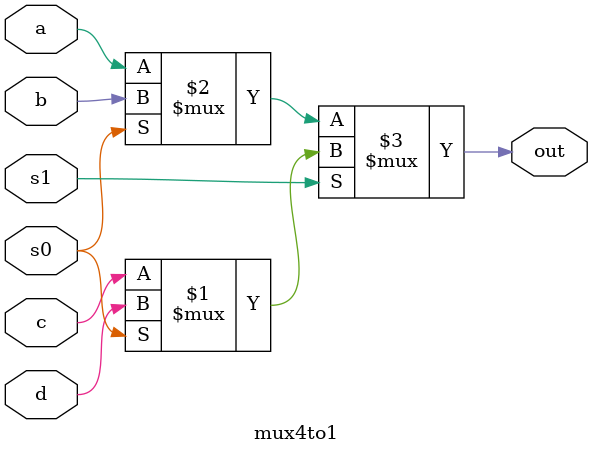
<source format=v>
module mux4to1 ( input a, 
input b, 
input c, 
input d, 
input s0, s1,
output out); 

 assign out = s1 ? (s0 ? d : c) : (s0 ? b : a); 

endmodule
  

</source>
